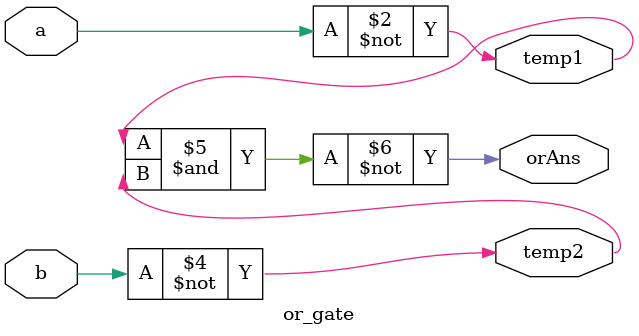
<source format=v>
module or_gate(a,b,orAns, temp1, temp2);   
input a,b;               
output orAns, temp1, temp2;                

nand(temp1, a, a);
nand(temp2, b,b);
nand(orAns,temp1,temp2);
endmodule                
</source>
